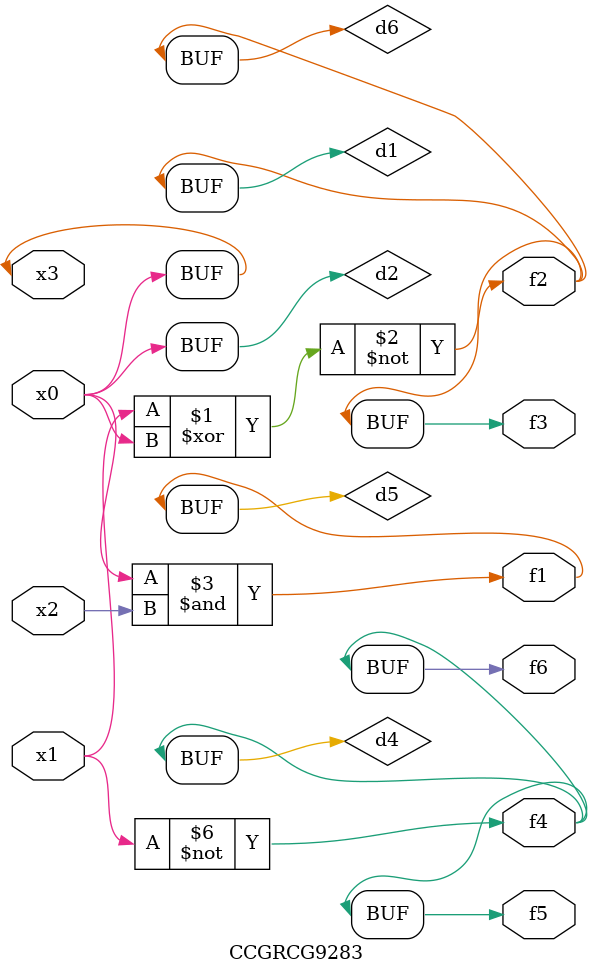
<source format=v>
module CCGRCG9283(
	input x0, x1, x2, x3,
	output f1, f2, f3, f4, f5, f6
);

	wire d1, d2, d3, d4, d5, d6;

	xnor (d1, x1, x3);
	buf (d2, x0, x3);
	nand (d3, x0, x2);
	not (d4, x1);
	nand (d5, d3);
	or (d6, d1);
	assign f1 = d5;
	assign f2 = d6;
	assign f3 = d6;
	assign f4 = d4;
	assign f5 = d4;
	assign f6 = d4;
endmodule

</source>
